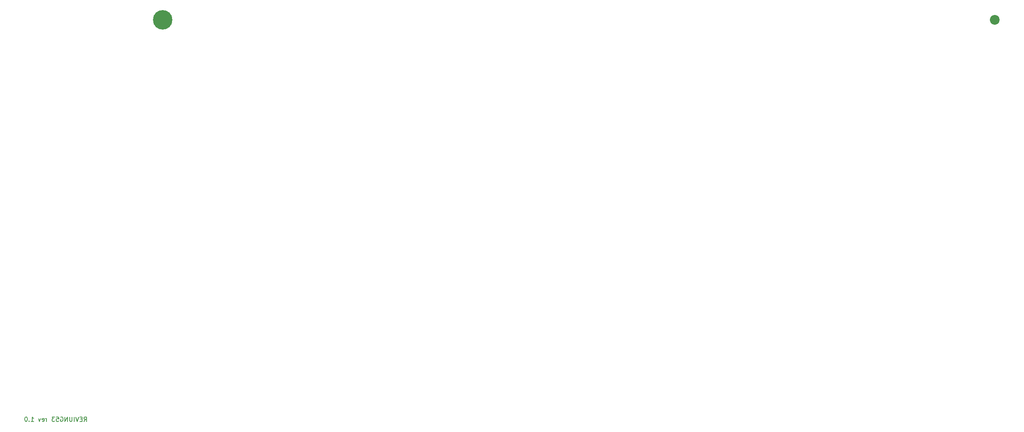
<source format=gbs>
G04 #@! TF.GenerationSoftware,KiCad,Pcbnew,(5.1.9-0-10_14)*
G04 #@! TF.CreationDate,2021-12-01T15:47:24+09:00*
G04 #@! TF.ProjectId,slim_bottom_plate,736c696d-5f62-46f7-9474-6f6d5f706c61,1*
G04 #@! TF.SameCoordinates,PX1c9c380PY1c9c380*
G04 #@! TF.FileFunction,Soldermask,Bot*
G04 #@! TF.FilePolarity,Negative*
%FSLAX46Y46*%
G04 Gerber Fmt 4.6, Leading zero omitted, Abs format (unit mm)*
G04 Created by KiCad (PCBNEW (5.1.9-0-10_14)) date 2021-12-01 15:47:24*
%MOMM*%
%LPD*%
G01*
G04 APERTURE LIST*
%ADD10C,0.150000*%
%ADD11C,2.200000*%
%ADD12C,4.400000*%
G04 APERTURE END LIST*
D10*
X20380952Y-97452380D02*
X20714285Y-96976190D01*
X20952380Y-97452380D02*
X20952380Y-96452380D01*
X20571428Y-96452380D01*
X20476190Y-96500000D01*
X20428571Y-96547619D01*
X20380952Y-96642857D01*
X20380952Y-96785714D01*
X20428571Y-96880952D01*
X20476190Y-96928571D01*
X20571428Y-96976190D01*
X20952380Y-96976190D01*
X19952380Y-96928571D02*
X19619047Y-96928571D01*
X19476190Y-97452380D02*
X19952380Y-97452380D01*
X19952380Y-96452380D01*
X19476190Y-96452380D01*
X19190476Y-96452380D02*
X18857142Y-97452380D01*
X18523809Y-96452380D01*
X18190476Y-97452380D02*
X18190476Y-96452380D01*
X17714285Y-96452380D02*
X17714285Y-97261904D01*
X17666666Y-97357142D01*
X17619047Y-97404761D01*
X17523809Y-97452380D01*
X17333333Y-97452380D01*
X17238095Y-97404761D01*
X17190476Y-97357142D01*
X17142857Y-97261904D01*
X17142857Y-96452380D01*
X16666666Y-97452380D02*
X16666666Y-96452380D01*
X16095238Y-97452380D01*
X16095238Y-96452380D01*
X15095238Y-96500000D02*
X15190476Y-96452380D01*
X15333333Y-96452380D01*
X15476190Y-96500000D01*
X15571428Y-96595238D01*
X15619047Y-96690476D01*
X15666666Y-96880952D01*
X15666666Y-97023809D01*
X15619047Y-97214285D01*
X15571428Y-97309523D01*
X15476190Y-97404761D01*
X15333333Y-97452380D01*
X15238095Y-97452380D01*
X15095238Y-97404761D01*
X15047619Y-97357142D01*
X15047619Y-97023809D01*
X15238095Y-97023809D01*
X14142857Y-96452380D02*
X14619047Y-96452380D01*
X14666666Y-96928571D01*
X14619047Y-96880952D01*
X14523809Y-96833333D01*
X14285714Y-96833333D01*
X14190476Y-96880952D01*
X14142857Y-96928571D01*
X14095238Y-97023809D01*
X14095238Y-97261904D01*
X14142857Y-97357142D01*
X14190476Y-97404761D01*
X14285714Y-97452380D01*
X14523809Y-97452380D01*
X14619047Y-97404761D01*
X14666666Y-97357142D01*
X13761904Y-96452380D02*
X13142857Y-96452380D01*
X13476190Y-96833333D01*
X13333333Y-96833333D01*
X13238095Y-96880952D01*
X13190476Y-96928571D01*
X13142857Y-97023809D01*
X13142857Y-97261904D01*
X13190476Y-97357142D01*
X13238095Y-97404761D01*
X13333333Y-97452380D01*
X13619047Y-97452380D01*
X13714285Y-97404761D01*
X13761904Y-97357142D01*
X11952380Y-97452380D02*
X11952380Y-96785714D01*
X11952380Y-96976190D02*
X11904761Y-96880952D01*
X11857142Y-96833333D01*
X11761904Y-96785714D01*
X11666666Y-96785714D01*
X10952380Y-97404761D02*
X11047619Y-97452380D01*
X11238095Y-97452380D01*
X11333333Y-97404761D01*
X11380952Y-97309523D01*
X11380952Y-96928571D01*
X11333333Y-96833333D01*
X11238095Y-96785714D01*
X11047619Y-96785714D01*
X10952380Y-96833333D01*
X10904761Y-96928571D01*
X10904761Y-97023809D01*
X11380952Y-97119047D01*
X10571428Y-96785714D02*
X10333333Y-97452380D01*
X10095238Y-96785714D01*
X8428571Y-97452380D02*
X9000000Y-97452380D01*
X8714285Y-97452380D02*
X8714285Y-96452380D01*
X8809523Y-96595238D01*
X8904761Y-96690476D01*
X9000000Y-96738095D01*
X8000000Y-97357142D02*
X7952380Y-97404761D01*
X8000000Y-97452380D01*
X8047619Y-97404761D01*
X8000000Y-97357142D01*
X8000000Y-97452380D01*
X7333333Y-96452380D02*
X7238095Y-96452380D01*
X7142857Y-96500000D01*
X7095238Y-96547619D01*
X7047619Y-96642857D01*
X7000000Y-96833333D01*
X7000000Y-97071428D01*
X7047619Y-97261904D01*
X7095238Y-97357142D01*
X7142857Y-97404761D01*
X7238095Y-97452380D01*
X7333333Y-97452380D01*
X7428571Y-97404761D01*
X7476190Y-97357142D01*
X7523809Y-97261904D01*
X7571428Y-97071428D01*
X7571428Y-96833333D01*
X7523809Y-96642857D01*
X7476190Y-96547619D01*
X7428571Y-96500000D01*
X7333333Y-96452380D01*
D11*
X226160000Y-6600000D03*
D12*
X38140000Y-6620000D03*
M02*

</source>
